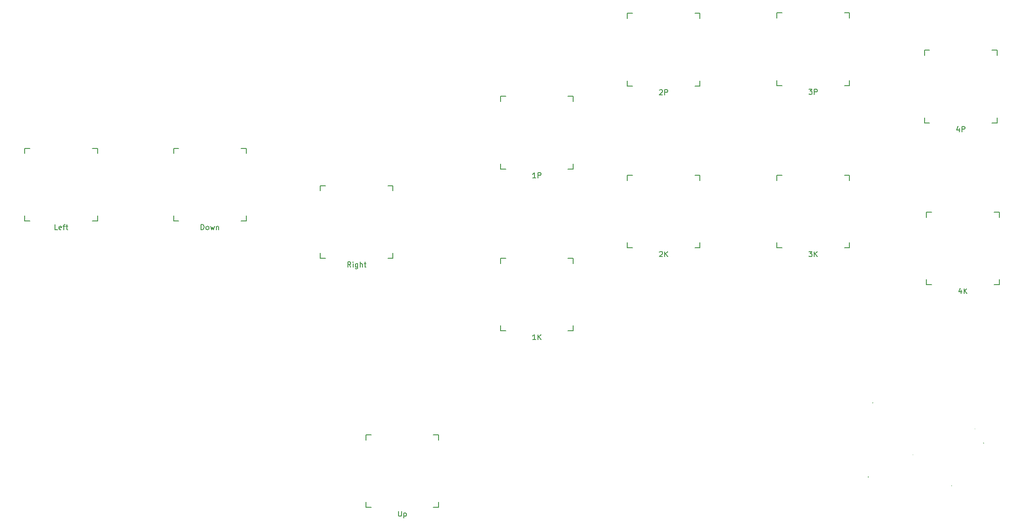
<source format=gto>
G04 #@! TF.GenerationSoftware,KiCad,Pcbnew,(6.0.0)*
G04 #@! TF.CreationDate,2022-01-07T15:37:39-06:00*
G04 #@! TF.ProjectId,2.0,322e302e-6b69-4636-9164-5f7063625858,2.0*
G04 #@! TF.SameCoordinates,Original*
G04 #@! TF.FileFunction,Legend,Top*
G04 #@! TF.FilePolarity,Positive*
%FSLAX46Y46*%
G04 Gerber Fmt 4.6, Leading zero omitted, Abs format (unit mm)*
G04 Created by KiCad (PCBNEW (6.0.0)) date 2022-01-07 15:37:39*
%MOMM*%
%LPD*%
G01*
G04 APERTURE LIST*
%ADD10C,0.150000*%
%ADD11C,0.010000*%
G04 APERTURE END LIST*
D10*
G04 #@! TO.C,SW14*
X210651666Y-80067380D02*
X211270714Y-80067380D01*
X210937380Y-80448333D01*
X211080238Y-80448333D01*
X211175476Y-80495952D01*
X211223095Y-80543571D01*
X211270714Y-80638809D01*
X211270714Y-80876904D01*
X211223095Y-80972142D01*
X211175476Y-81019761D01*
X211080238Y-81067380D01*
X210794523Y-81067380D01*
X210699285Y-81019761D01*
X210651666Y-80972142D01*
X211699285Y-81067380D02*
X211699285Y-80067380D01*
X212270714Y-81067380D02*
X211842142Y-80495952D01*
X212270714Y-80067380D02*
X211699285Y-80638809D01*
G04 #@! TO.C,SW20*
X131651904Y-130097380D02*
X131651904Y-130906904D01*
X131699523Y-131002142D01*
X131747142Y-131049761D01*
X131842380Y-131097380D01*
X132032857Y-131097380D01*
X132128095Y-131049761D01*
X132175714Y-131002142D01*
X132223333Y-130906904D01*
X132223333Y-130097380D01*
X132699523Y-130430714D02*
X132699523Y-131430714D01*
X132699523Y-130478333D02*
X132794761Y-130430714D01*
X132985238Y-130430714D01*
X133080476Y-130478333D01*
X133128095Y-130525952D01*
X133175714Y-130621190D01*
X133175714Y-130906904D01*
X133128095Y-131002142D01*
X133080476Y-131049761D01*
X132985238Y-131097380D01*
X132794761Y-131097380D01*
X132699523Y-131049761D01*
G04 #@! TO.C,SW2*
X158070714Y-65867380D02*
X157499285Y-65867380D01*
X157785000Y-65867380D02*
X157785000Y-64867380D01*
X157689761Y-65010238D01*
X157594523Y-65105476D01*
X157499285Y-65153095D01*
X158499285Y-65867380D02*
X158499285Y-64867380D01*
X158880238Y-64867380D01*
X158975476Y-64915000D01*
X159023095Y-64962619D01*
X159070714Y-65057857D01*
X159070714Y-65200714D01*
X159023095Y-65295952D01*
X158975476Y-65343571D01*
X158880238Y-65391190D01*
X158499285Y-65391190D01*
G04 #@! TO.C,SW18*
X239975476Y-87500714D02*
X239975476Y-88167380D01*
X239737380Y-87119761D02*
X239499285Y-87834047D01*
X240118333Y-87834047D01*
X240499285Y-88167380D02*
X240499285Y-87167380D01*
X241070714Y-88167380D02*
X240642142Y-87595952D01*
X241070714Y-87167380D02*
X240499285Y-87738809D01*
G04 #@! TO.C,SW4*
X158070714Y-97067380D02*
X157499285Y-97067380D01*
X157785000Y-97067380D02*
X157785000Y-96067380D01*
X157689761Y-96210238D01*
X157594523Y-96305476D01*
X157499285Y-96353095D01*
X158499285Y-97067380D02*
X158499285Y-96067380D01*
X159070714Y-97067380D02*
X158642142Y-96495952D01*
X159070714Y-96067380D02*
X158499285Y-96638809D01*
G04 #@! TO.C,SW12*
X122470952Y-83067380D02*
X122137619Y-82591190D01*
X121899523Y-83067380D02*
X121899523Y-82067380D01*
X122280476Y-82067380D01*
X122375714Y-82115000D01*
X122423333Y-82162619D01*
X122470952Y-82257857D01*
X122470952Y-82400714D01*
X122423333Y-82495952D01*
X122375714Y-82543571D01*
X122280476Y-82591190D01*
X121899523Y-82591190D01*
X122899523Y-83067380D02*
X122899523Y-82400714D01*
X122899523Y-82067380D02*
X122851904Y-82115000D01*
X122899523Y-82162619D01*
X122947142Y-82115000D01*
X122899523Y-82067380D01*
X122899523Y-82162619D01*
X123804285Y-82400714D02*
X123804285Y-83210238D01*
X123756666Y-83305476D01*
X123709047Y-83353095D01*
X123613809Y-83400714D01*
X123470952Y-83400714D01*
X123375714Y-83353095D01*
X123804285Y-83019761D02*
X123709047Y-83067380D01*
X123518571Y-83067380D01*
X123423333Y-83019761D01*
X123375714Y-82972142D01*
X123328095Y-82876904D01*
X123328095Y-82591190D01*
X123375714Y-82495952D01*
X123423333Y-82448333D01*
X123518571Y-82400714D01*
X123709047Y-82400714D01*
X123804285Y-82448333D01*
X124280476Y-83067380D02*
X124280476Y-82067380D01*
X124709047Y-83067380D02*
X124709047Y-82543571D01*
X124661428Y-82448333D01*
X124566190Y-82400714D01*
X124423333Y-82400714D01*
X124328095Y-82448333D01*
X124280476Y-82495952D01*
X125042380Y-82400714D02*
X125423333Y-82400714D01*
X125185238Y-82067380D02*
X125185238Y-82924523D01*
X125232857Y-83019761D01*
X125328095Y-83067380D01*
X125423333Y-83067380D01*
G04 #@! TO.C,SW7*
X93664523Y-75867380D02*
X93664523Y-74867380D01*
X93902619Y-74867380D01*
X94045476Y-74915000D01*
X94140714Y-75010238D01*
X94188333Y-75105476D01*
X94235952Y-75295952D01*
X94235952Y-75438809D01*
X94188333Y-75629285D01*
X94140714Y-75724523D01*
X94045476Y-75819761D01*
X93902619Y-75867380D01*
X93664523Y-75867380D01*
X94807380Y-75867380D02*
X94712142Y-75819761D01*
X94664523Y-75772142D01*
X94616904Y-75676904D01*
X94616904Y-75391190D01*
X94664523Y-75295952D01*
X94712142Y-75248333D01*
X94807380Y-75200714D01*
X94950238Y-75200714D01*
X95045476Y-75248333D01*
X95093095Y-75295952D01*
X95140714Y-75391190D01*
X95140714Y-75676904D01*
X95093095Y-75772142D01*
X95045476Y-75819761D01*
X94950238Y-75867380D01*
X94807380Y-75867380D01*
X95474047Y-75200714D02*
X95664523Y-75867380D01*
X95855000Y-75391190D01*
X96045476Y-75867380D01*
X96235952Y-75200714D01*
X96616904Y-75200714D02*
X96616904Y-75867380D01*
X96616904Y-75295952D02*
X96664523Y-75248333D01*
X96759761Y-75200714D01*
X96902619Y-75200714D01*
X96997857Y-75248333D01*
X97045476Y-75343571D01*
X97045476Y-75867380D01*
G04 #@! TO.C,SW3*
X66029523Y-75867380D02*
X65553333Y-75867380D01*
X65553333Y-74867380D01*
X66743809Y-75819761D02*
X66648571Y-75867380D01*
X66458095Y-75867380D01*
X66362857Y-75819761D01*
X66315238Y-75724523D01*
X66315238Y-75343571D01*
X66362857Y-75248333D01*
X66458095Y-75200714D01*
X66648571Y-75200714D01*
X66743809Y-75248333D01*
X66791428Y-75343571D01*
X66791428Y-75438809D01*
X66315238Y-75534047D01*
X67077142Y-75200714D02*
X67458095Y-75200714D01*
X67220000Y-75867380D02*
X67220000Y-75010238D01*
X67267619Y-74915000D01*
X67362857Y-74867380D01*
X67458095Y-74867380D01*
X67648571Y-75200714D02*
X68029523Y-75200714D01*
X67791428Y-74867380D02*
X67791428Y-75724523D01*
X67839047Y-75819761D01*
X67934285Y-75867380D01*
X68029523Y-75867380D01*
G04 #@! TO.C,SW8*
X181899285Y-48962619D02*
X181946904Y-48915000D01*
X182042142Y-48867380D01*
X182280238Y-48867380D01*
X182375476Y-48915000D01*
X182423095Y-48962619D01*
X182470714Y-49057857D01*
X182470714Y-49153095D01*
X182423095Y-49295952D01*
X181851666Y-49867380D01*
X182470714Y-49867380D01*
X182899285Y-49867380D02*
X182899285Y-48867380D01*
X183280238Y-48867380D01*
X183375476Y-48915000D01*
X183423095Y-48962619D01*
X183470714Y-49057857D01*
X183470714Y-49200714D01*
X183423095Y-49295952D01*
X183375476Y-49343571D01*
X183280238Y-49391190D01*
X182899285Y-49391190D01*
G04 #@! TO.C,SW17*
X239575476Y-56300714D02*
X239575476Y-56967380D01*
X239337380Y-55919761D02*
X239099285Y-56634047D01*
X239718333Y-56634047D01*
X240099285Y-56967380D02*
X240099285Y-55967380D01*
X240480238Y-55967380D01*
X240575476Y-56015000D01*
X240623095Y-56062619D01*
X240670714Y-56157857D01*
X240670714Y-56300714D01*
X240623095Y-56395952D01*
X240575476Y-56443571D01*
X240480238Y-56491190D01*
X240099285Y-56491190D01*
G04 #@! TO.C,SW13*
X210651666Y-48767380D02*
X211270714Y-48767380D01*
X210937380Y-49148333D01*
X211080238Y-49148333D01*
X211175476Y-49195952D01*
X211223095Y-49243571D01*
X211270714Y-49338809D01*
X211270714Y-49576904D01*
X211223095Y-49672142D01*
X211175476Y-49719761D01*
X211080238Y-49767380D01*
X210794523Y-49767380D01*
X210699285Y-49719761D01*
X210651666Y-49672142D01*
X211699285Y-49767380D02*
X211699285Y-48767380D01*
X212080238Y-48767380D01*
X212175476Y-48815000D01*
X212223095Y-48862619D01*
X212270714Y-48957857D01*
X212270714Y-49100714D01*
X212223095Y-49195952D01*
X212175476Y-49243571D01*
X212080238Y-49291190D01*
X211699285Y-49291190D01*
G04 #@! TO.C,SW9*
X181899285Y-80162619D02*
X181946904Y-80115000D01*
X182042142Y-80067380D01*
X182280238Y-80067380D01*
X182375476Y-80115000D01*
X182423095Y-80162619D01*
X182470714Y-80257857D01*
X182470714Y-80353095D01*
X182423095Y-80495952D01*
X181851666Y-81067380D01*
X182470714Y-81067380D01*
X182899285Y-81067380D02*
X182899285Y-80067380D01*
X183470714Y-81067380D02*
X183042142Y-80495952D01*
X183470714Y-80067380D02*
X182899285Y-80638809D01*
G04 #@! TO.C,SW14*
X218485000Y-78360000D02*
X218485000Y-79360000D01*
X217485000Y-79360000D02*
X218485000Y-79360000D01*
X204485000Y-79360000D02*
X204485000Y-78360000D01*
X218485000Y-65360000D02*
X217485000Y-65360000D01*
X205485000Y-65360000D02*
X204485000Y-65360000D01*
X204485000Y-79360000D02*
X205485000Y-79360000D01*
X204485000Y-66360000D02*
X204485000Y-65360000D01*
X218485000Y-65360000D02*
X218485000Y-66360000D01*
G04 #@! TO.C,SW20*
X126390000Y-115390000D02*
X125390000Y-115390000D01*
X125390000Y-129390000D02*
X126390000Y-129390000D01*
X138390000Y-129390000D02*
X139390000Y-129390000D01*
X125390000Y-116390000D02*
X125390000Y-115390000D01*
X139390000Y-115390000D02*
X138390000Y-115390000D01*
X125390000Y-129390000D02*
X125390000Y-128390000D01*
X139390000Y-115390000D02*
X139390000Y-116390000D01*
X139390000Y-128390000D02*
X139390000Y-129390000D01*
D11*
G04 #@! TO.C,G\u002A\u002A\u002A*
X222908135Y-109185564D02*
X222908500Y-109192750D01*
X222908500Y-109192750D02*
X222884092Y-109223279D01*
X222884092Y-109223279D02*
X222874876Y-109224500D01*
X222874876Y-109224500D02*
X222855913Y-109205048D01*
X222855913Y-109205048D02*
X222860875Y-109192750D01*
X222860875Y-109192750D02*
X222889405Y-109162461D01*
X222889405Y-109162461D02*
X222894498Y-109161000D01*
X222894498Y-109161000D02*
X222908135Y-109185564D01*
X222908135Y-109185564D02*
X222908135Y-109185564D01*
G36*
X222908135Y-109185564D02*
G01*
X222908500Y-109192750D01*
X222884092Y-109223279D01*
X222874876Y-109224500D01*
X222855913Y-109205048D01*
X222860875Y-109192750D01*
X222889405Y-109162461D01*
X222894498Y-109161000D01*
X222908135Y-109185564D01*
G37*
X222908135Y-109185564D02*
X222908500Y-109192750D01*
X222884092Y-109223279D01*
X222874876Y-109224500D01*
X222855913Y-109205048D01*
X222860875Y-109192750D01*
X222889405Y-109162461D01*
X222894498Y-109161000D01*
X222908135Y-109185564D01*
X222908135Y-109175564D02*
X222908500Y-109182750D01*
X222908500Y-109182750D02*
X222884092Y-109213279D01*
X222884092Y-109213279D02*
X222874876Y-109214500D01*
X222874876Y-109214500D02*
X222855913Y-109195048D01*
X222855913Y-109195048D02*
X222860875Y-109182750D01*
X222860875Y-109182750D02*
X222889405Y-109152461D01*
X222889405Y-109152461D02*
X222894498Y-109151000D01*
X222894498Y-109151000D02*
X222908135Y-109175564D01*
X222908135Y-109175564D02*
X222908135Y-109175564D01*
G36*
X222908135Y-109175564D02*
G01*
X222908500Y-109182750D01*
X222884092Y-109213279D01*
X222874876Y-109214500D01*
X222855913Y-109195048D01*
X222860875Y-109182750D01*
X222889405Y-109152461D01*
X222894498Y-109151000D01*
X222908135Y-109175564D01*
G37*
X222908135Y-109175564D02*
X222908500Y-109182750D01*
X222884092Y-109213279D01*
X222874876Y-109214500D01*
X222855913Y-109195048D01*
X222860875Y-109182750D01*
X222889405Y-109152461D01*
X222894498Y-109151000D01*
X222908135Y-109175564D01*
X222051250Y-123486125D02*
X222035375Y-123502000D01*
X222035375Y-123502000D02*
X222019500Y-123486125D01*
X222019500Y-123486125D02*
X222035375Y-123470250D01*
X222035375Y-123470250D02*
X222051250Y-123486125D01*
X222051250Y-123486125D02*
X222051250Y-123486125D01*
G36*
X222051250Y-123486125D02*
G01*
X222035375Y-123502000D01*
X222019500Y-123486125D01*
X222035375Y-123470250D01*
X222051250Y-123486125D01*
G37*
X222051250Y-123486125D02*
X222035375Y-123502000D01*
X222019500Y-123486125D01*
X222035375Y-123470250D01*
X222051250Y-123486125D01*
X238074416Y-125173583D02*
X238078216Y-125211263D01*
X238078216Y-125211263D02*
X238074416Y-125215916D01*
X238074416Y-125215916D02*
X238055541Y-125211558D01*
X238055541Y-125211558D02*
X238053250Y-125194750D01*
X238053250Y-125194750D02*
X238064866Y-125168616D01*
X238064866Y-125168616D02*
X238074416Y-125173583D01*
X238074416Y-125173583D02*
X238074416Y-125173583D01*
G36*
X238074416Y-125173583D02*
G01*
X238078216Y-125211263D01*
X238074416Y-125215916D01*
X238055541Y-125211558D01*
X238053250Y-125194750D01*
X238064866Y-125168616D01*
X238074416Y-125173583D01*
G37*
X238074416Y-125173583D02*
X238078216Y-125211263D01*
X238074416Y-125215916D01*
X238055541Y-125211558D01*
X238053250Y-125194750D01*
X238064866Y-125168616D01*
X238074416Y-125173583D01*
X242593500Y-114215125D02*
X242577625Y-114231000D01*
X242577625Y-114231000D02*
X242561750Y-114215125D01*
X242561750Y-114215125D02*
X242577625Y-114199250D01*
X242577625Y-114199250D02*
X242593500Y-114215125D01*
X242593500Y-114215125D02*
X242593500Y-114215125D01*
G36*
X242593500Y-114215125D02*
G01*
X242577625Y-114231000D01*
X242561750Y-114215125D01*
X242577625Y-114199250D01*
X242593500Y-114215125D01*
G37*
X242593500Y-114215125D02*
X242577625Y-114231000D01*
X242561750Y-114215125D01*
X242577625Y-114199250D01*
X242593500Y-114215125D01*
X244244500Y-116955625D02*
X244228625Y-116971500D01*
X244228625Y-116971500D02*
X244212750Y-116955625D01*
X244212750Y-116955625D02*
X244228625Y-116939750D01*
X244228625Y-116939750D02*
X244244500Y-116955625D01*
X244244500Y-116955625D02*
X244244500Y-116955625D01*
G36*
X244244500Y-116955625D02*
G01*
X244228625Y-116971500D01*
X244212750Y-116955625D01*
X244228625Y-116939750D01*
X244244500Y-116955625D01*
G37*
X244244500Y-116955625D02*
X244228625Y-116971500D01*
X244212750Y-116955625D01*
X244228625Y-116939750D01*
X244244500Y-116955625D01*
X230655500Y-119209875D02*
X230639625Y-119225750D01*
X230639625Y-119225750D02*
X230623750Y-119209875D01*
X230623750Y-119209875D02*
X230639625Y-119194000D01*
X230639625Y-119194000D02*
X230655500Y-119209875D01*
X230655500Y-119209875D02*
X230655500Y-119209875D01*
G36*
X230655500Y-119209875D02*
G01*
X230639625Y-119225750D01*
X230623750Y-119209875D01*
X230639625Y-119194000D01*
X230655500Y-119209875D01*
G37*
X230655500Y-119209875D02*
X230639625Y-119225750D01*
X230623750Y-119209875D01*
X230639625Y-119194000D01*
X230655500Y-119209875D01*
X244244500Y-116945625D02*
X244228625Y-116961500D01*
X244228625Y-116961500D02*
X244212750Y-116945625D01*
X244212750Y-116945625D02*
X244228625Y-116929750D01*
X244228625Y-116929750D02*
X244244500Y-116945625D01*
X244244500Y-116945625D02*
X244244500Y-116945625D01*
G36*
X244244500Y-116945625D02*
G01*
X244228625Y-116961500D01*
X244212750Y-116945625D01*
X244228625Y-116929750D01*
X244244500Y-116945625D01*
G37*
X244244500Y-116945625D02*
X244228625Y-116961500D01*
X244212750Y-116945625D01*
X244228625Y-116929750D01*
X244244500Y-116945625D01*
X230655500Y-119199875D02*
X230639625Y-119215750D01*
X230639625Y-119215750D02*
X230623750Y-119199875D01*
X230623750Y-119199875D02*
X230639625Y-119184000D01*
X230639625Y-119184000D02*
X230655500Y-119199875D01*
X230655500Y-119199875D02*
X230655500Y-119199875D01*
G36*
X230655500Y-119199875D02*
G01*
X230639625Y-119215750D01*
X230623750Y-119199875D01*
X230639625Y-119184000D01*
X230655500Y-119199875D01*
G37*
X230655500Y-119199875D02*
X230639625Y-119215750D01*
X230623750Y-119199875D01*
X230639625Y-119184000D01*
X230655500Y-119199875D01*
X238074416Y-125163583D02*
X238078216Y-125201263D01*
X238078216Y-125201263D02*
X238074416Y-125205916D01*
X238074416Y-125205916D02*
X238055541Y-125201558D01*
X238055541Y-125201558D02*
X238053250Y-125184750D01*
X238053250Y-125184750D02*
X238064866Y-125158616D01*
X238064866Y-125158616D02*
X238074416Y-125163583D01*
X238074416Y-125163583D02*
X238074416Y-125163583D01*
G36*
X238074416Y-125163583D02*
G01*
X238078216Y-125201263D01*
X238074416Y-125205916D01*
X238055541Y-125201558D01*
X238053250Y-125184750D01*
X238064866Y-125158616D01*
X238074416Y-125163583D01*
G37*
X238074416Y-125163583D02*
X238078216Y-125201263D01*
X238074416Y-125205916D01*
X238055541Y-125201558D01*
X238053250Y-125184750D01*
X238064866Y-125158616D01*
X238074416Y-125163583D01*
X222051250Y-123496125D02*
X222035375Y-123512000D01*
X222035375Y-123512000D02*
X222019500Y-123496125D01*
X222019500Y-123496125D02*
X222035375Y-123480250D01*
X222035375Y-123480250D02*
X222051250Y-123496125D01*
X222051250Y-123496125D02*
X222051250Y-123496125D01*
G36*
X222051250Y-123496125D02*
G01*
X222035375Y-123512000D01*
X222019500Y-123496125D01*
X222035375Y-123480250D01*
X222051250Y-123496125D01*
G37*
X222051250Y-123496125D02*
X222035375Y-123512000D01*
X222019500Y-123496125D01*
X222035375Y-123480250D01*
X222051250Y-123496125D01*
X242593500Y-114225125D02*
X242577625Y-114241000D01*
X242577625Y-114241000D02*
X242561750Y-114225125D01*
X242561750Y-114225125D02*
X242577625Y-114209250D01*
X242577625Y-114209250D02*
X242593500Y-114225125D01*
X242593500Y-114225125D02*
X242593500Y-114225125D01*
G36*
X242593500Y-114225125D02*
G01*
X242577625Y-114241000D01*
X242561750Y-114225125D01*
X242577625Y-114209250D01*
X242593500Y-114225125D01*
G37*
X242593500Y-114225125D02*
X242577625Y-114241000D01*
X242561750Y-114225125D01*
X242577625Y-114209250D01*
X242593500Y-114225125D01*
D10*
G04 #@! TO.C,SW2*
X165285000Y-50160000D02*
X165285000Y-51160000D01*
X151285000Y-64160000D02*
X151285000Y-63160000D01*
X151285000Y-64160000D02*
X152285000Y-64160000D01*
X151285000Y-51160000D02*
X151285000Y-50160000D01*
X165285000Y-63160000D02*
X165285000Y-64160000D01*
X152285000Y-50160000D02*
X151285000Y-50160000D01*
X165285000Y-50160000D02*
X164285000Y-50160000D01*
X164285000Y-64160000D02*
X165285000Y-64160000D01*
G04 #@! TO.C,SW18*
X247285000Y-72460000D02*
X247285000Y-73460000D01*
X246285000Y-86460000D02*
X247285000Y-86460000D01*
X233285000Y-73460000D02*
X233285000Y-72460000D01*
X247285000Y-85460000D02*
X247285000Y-86460000D01*
X234285000Y-72460000D02*
X233285000Y-72460000D01*
X233285000Y-86460000D02*
X233285000Y-85460000D01*
X247285000Y-72460000D02*
X246285000Y-72460000D01*
X233285000Y-86460000D02*
X234285000Y-86460000D01*
G04 #@! TO.C,SW4*
X151285000Y-95360000D02*
X152285000Y-95360000D01*
X151285000Y-95360000D02*
X151285000Y-94360000D01*
X152285000Y-81360000D02*
X151285000Y-81360000D01*
X165285000Y-81360000D02*
X165285000Y-82360000D01*
X165285000Y-81360000D02*
X164285000Y-81360000D01*
X151285000Y-82360000D02*
X151285000Y-81360000D01*
X164285000Y-95360000D02*
X165285000Y-95360000D01*
X165285000Y-94360000D02*
X165285000Y-95360000D01*
G04 #@! TO.C,SW12*
X116590000Y-68360000D02*
X116590000Y-67360000D01*
X130590000Y-67360000D02*
X129590000Y-67360000D01*
X117590000Y-67360000D02*
X116590000Y-67360000D01*
X130590000Y-67360000D02*
X130590000Y-68360000D01*
X116590000Y-81360000D02*
X117590000Y-81360000D01*
X129590000Y-81360000D02*
X130590000Y-81360000D01*
X116590000Y-81360000D02*
X116590000Y-80360000D01*
X130590000Y-80360000D02*
X130590000Y-81360000D01*
G04 #@! TO.C,SW7*
X102355000Y-60160000D02*
X102355000Y-61160000D01*
X89355000Y-60160000D02*
X88355000Y-60160000D01*
X102355000Y-73160000D02*
X102355000Y-74160000D01*
X88355000Y-74160000D02*
X89355000Y-74160000D01*
X88355000Y-61160000D02*
X88355000Y-60160000D01*
X102355000Y-60160000D02*
X101355000Y-60160000D01*
X101355000Y-74160000D02*
X102355000Y-74160000D01*
X88355000Y-74160000D02*
X88355000Y-73160000D01*
G04 #@! TO.C,SW3*
X72720000Y-74160000D02*
X73720000Y-74160000D01*
X59720000Y-61160000D02*
X59720000Y-60160000D01*
X59720000Y-74160000D02*
X60720000Y-74160000D01*
X73720000Y-60160000D02*
X72720000Y-60160000D01*
X59720000Y-74160000D02*
X59720000Y-73160000D01*
X60720000Y-60160000D02*
X59720000Y-60160000D01*
X73720000Y-60160000D02*
X73720000Y-61160000D01*
X73720000Y-73160000D02*
X73720000Y-74160000D01*
G04 #@! TO.C,SW8*
X175685000Y-48160000D02*
X176685000Y-48160000D01*
X176685000Y-34160000D02*
X175685000Y-34160000D01*
X188685000Y-48160000D02*
X189685000Y-48160000D01*
X189685000Y-34160000D02*
X188685000Y-34160000D01*
X189685000Y-47160000D02*
X189685000Y-48160000D01*
X175685000Y-48160000D02*
X175685000Y-47160000D01*
X189685000Y-34160000D02*
X189685000Y-35160000D01*
X175685000Y-35160000D02*
X175685000Y-34160000D01*
G04 #@! TO.C,SW17*
X246885000Y-54260000D02*
X246885000Y-55260000D01*
X246885000Y-41260000D02*
X245885000Y-41260000D01*
X232885000Y-55260000D02*
X232885000Y-54260000D01*
X246885000Y-41260000D02*
X246885000Y-42260000D01*
X232885000Y-55260000D02*
X233885000Y-55260000D01*
X233885000Y-41260000D02*
X232885000Y-41260000D01*
X232885000Y-42260000D02*
X232885000Y-41260000D01*
X245885000Y-55260000D02*
X246885000Y-55260000D01*
G04 #@! TO.C,SW13*
X218485000Y-47060000D02*
X218485000Y-48060000D01*
X204485000Y-35060000D02*
X204485000Y-34060000D01*
X217485000Y-48060000D02*
X218485000Y-48060000D01*
X204485000Y-48060000D02*
X205485000Y-48060000D01*
X205485000Y-34060000D02*
X204485000Y-34060000D01*
X204485000Y-48060000D02*
X204485000Y-47060000D01*
X218485000Y-34060000D02*
X218485000Y-35060000D01*
X218485000Y-34060000D02*
X217485000Y-34060000D01*
G04 #@! TO.C,SW9*
X189685000Y-65360000D02*
X189685000Y-66360000D01*
X188685000Y-79360000D02*
X189685000Y-79360000D01*
X176685000Y-65360000D02*
X175685000Y-65360000D01*
X175685000Y-66360000D02*
X175685000Y-65360000D01*
X175685000Y-79360000D02*
X175685000Y-78360000D01*
X189685000Y-78360000D02*
X189685000Y-79360000D01*
X175685000Y-79360000D02*
X176685000Y-79360000D01*
X189685000Y-65360000D02*
X188685000Y-65360000D01*
G04 #@! TD*
M02*

</source>
